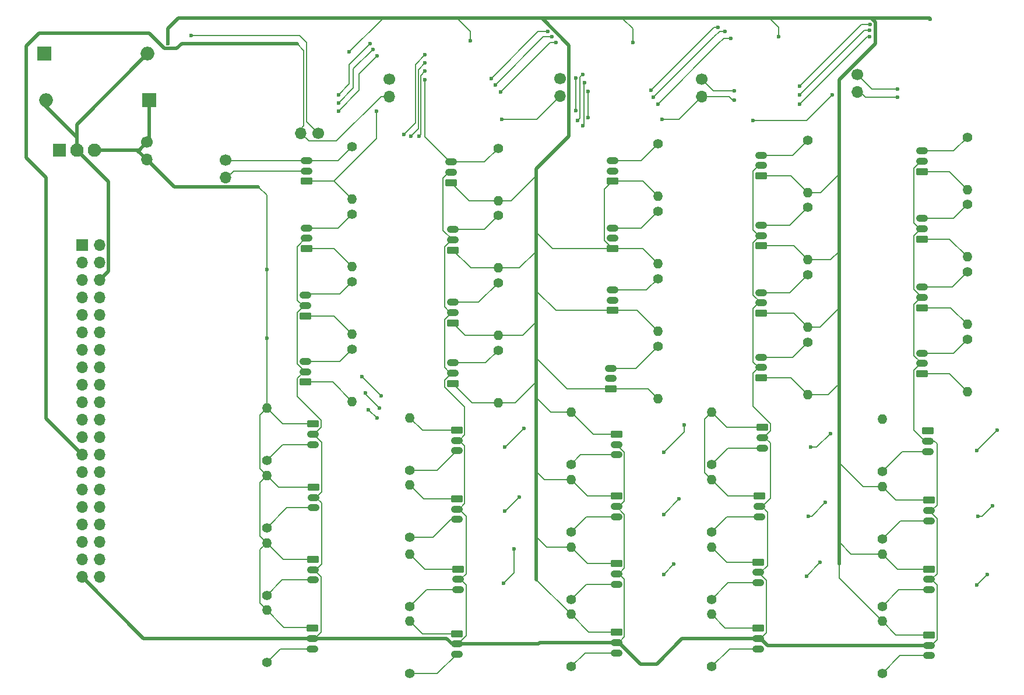
<source format=gbr>
%TF.GenerationSoftware,KiCad,Pcbnew,8.0.6*%
%TF.CreationDate,2024-11-05T12:51:11-06:00*%
%TF.ProjectId,GameBoardMatrix,47616d65-426f-4617-9264-4d6174726978,rev?*%
%TF.SameCoordinates,Original*%
%TF.FileFunction,Copper,L2,Bot*%
%TF.FilePolarity,Positive*%
%FSLAX46Y46*%
G04 Gerber Fmt 4.6, Leading zero omitted, Abs format (unit mm)*
G04 Created by KiCad (PCBNEW 8.0.6) date 2024-11-05 12:51:11*
%MOMM*%
%LPD*%
G01*
G04 APERTURE LIST*
G04 Aperture macros list*
%AMRoundRect*
0 Rectangle with rounded corners*
0 $1 Rounding radius*
0 $2 $3 $4 $5 $6 $7 $8 $9 X,Y pos of 4 corners*
0 Add a 4 corners polygon primitive as box body*
4,1,4,$2,$3,$4,$5,$6,$7,$8,$9,$2,$3,0*
0 Add four circle primitives for the rounded corners*
1,1,$1+$1,$2,$3*
1,1,$1+$1,$4,$5*
1,1,$1+$1,$6,$7*
1,1,$1+$1,$8,$9*
0 Add four rect primitives between the rounded corners*
20,1,$1+$1,$2,$3,$4,$5,0*
20,1,$1+$1,$4,$5,$6,$7,0*
20,1,$1+$1,$6,$7,$8,$9,0*
20,1,$1+$1,$8,$9,$2,$3,0*%
G04 Aperture macros list end*
%TA.AperFunction,ComponentPad*%
%ADD10C,1.400000*%
%TD*%
%TA.AperFunction,ComponentPad*%
%ADD11O,1.400000X1.400000*%
%TD*%
%TA.AperFunction,ComponentPad*%
%ADD12R,2.000000X2.000000*%
%TD*%
%TA.AperFunction,ComponentPad*%
%ADD13O,2.000000X2.000000*%
%TD*%
%TA.AperFunction,ComponentPad*%
%ADD14RoundRect,0.250000X0.615000X-0.265000X0.615000X0.265000X-0.615000X0.265000X-0.615000X-0.265000X0*%
%TD*%
%TA.AperFunction,ComponentPad*%
%ADD15O,1.730000X1.030000*%
%TD*%
%TA.AperFunction,ComponentPad*%
%ADD16RoundRect,0.250000X-0.615000X0.265000X-0.615000X-0.265000X0.615000X-0.265000X0.615000X0.265000X0*%
%TD*%
%TA.AperFunction,ComponentPad*%
%ADD17C,1.700000*%
%TD*%
%TA.AperFunction,ComponentPad*%
%ADD18O,1.700000X1.700000*%
%TD*%
%TA.AperFunction,ComponentPad*%
%ADD19R,1.935000X1.935000*%
%TD*%
%TA.AperFunction,ComponentPad*%
%ADD20C,1.935000*%
%TD*%
%TA.AperFunction,ComponentPad*%
%ADD21R,1.700000X1.700000*%
%TD*%
%TA.AperFunction,ViaPad*%
%ADD22C,0.600000*%
%TD*%
%TA.AperFunction,Conductor*%
%ADD23C,0.200000*%
%TD*%
%TA.AperFunction,Conductor*%
%ADD24C,0.500000*%
%TD*%
G04 APERTURE END LIST*
D10*
%TO.P,R12,1*%
%TO.N,Net-(U11-VOUT)*%
X92200000Y-68400000D03*
D11*
%TO.P,R12,2*%
%TO.N,/3.3V_Board*%
X92200000Y-76020000D03*
%TD*%
D10*
%TO.P,R6,1*%
%TO.N,Net-(U1-D5)*%
X58600000Y-94220000D03*
D11*
%TO.P,R6,2*%
%TO.N,/3.3V_Board*%
X58600000Y-86600000D03*
%TD*%
D12*
%TO.P,C42,1*%
%TO.N,/3.3V_Board*%
X41500000Y-31957500D03*
D13*
%TO.P,C42,2*%
%TO.N,GND3*%
X26500000Y-31957500D03*
%TD*%
D14*
%TO.P,U38,1,VCC*%
%TO.N,/3.3V_Board*%
X153800000Y-42400000D03*
D15*
%TO.P,U38,2,VOUT*%
%TO.N,Net-(U37-D0)*%
X153800000Y-39400000D03*
%TO.P,U38,3,GND*%
%TO.N,GND2*%
X153800000Y-40900000D03*
%TD*%
D14*
%TO.P,U40,1,VCC*%
%TO.N,/3.3V_Board*%
X153800000Y-62200000D03*
D15*
%TO.P,U40,2,VOUT*%
%TO.N,Net-(U37-D2)*%
X153800000Y-59200000D03*
%TO.P,U40,3,GND*%
%TO.N,GND2*%
X153800000Y-60700000D03*
%TD*%
D16*
%TO.P,U14,1,VCC*%
%TO.N,/3.3V_Board*%
X86400000Y-100200000D03*
D15*
%TO.P,U14,2,VOUT*%
%TO.N,Net-(U14-VOUT)*%
X86400000Y-103200000D03*
%TO.P,U14,3,GND*%
%TO.N,GND2*%
X86400000Y-101700000D03*
%TD*%
D16*
%TO.P,U25,1,VCC*%
%TO.N,/3.3V_Board*%
X109400000Y-99400000D03*
D15*
%TO.P,U25,2,VOUT*%
%TO.N,Net-(U17-D6)*%
X109400000Y-102400000D03*
%TO.P,U25,3,GND*%
%TO.N,GND2*%
X109400000Y-100900000D03*
%TD*%
D10*
%TO.P,R29,1*%
%TO.N,Net-(U27-D4)*%
X123200000Y-85010000D03*
D11*
%TO.P,R29,2*%
%TO.N,/3.3V_Board*%
X123200000Y-77390000D03*
%TD*%
D10*
%TO.P,R37,1*%
%TO.N,Net-(U37-D4)*%
X148000000Y-86000000D03*
D11*
%TO.P,R37,2*%
%TO.N,/3.3V_Board*%
X148000000Y-78380000D03*
%TD*%
D14*
%TO.P,U29,1,VCC*%
%TO.N,/3.3V_Board*%
X130400000Y-53200000D03*
D15*
%TO.P,U29,2,VOUT*%
%TO.N,Net-(U27-D1)*%
X130400000Y-50200000D03*
%TO.P,U29,3,GND*%
%TO.N,GND2*%
X130400000Y-51700000D03*
%TD*%
D10*
%TO.P,R16,1*%
%TO.N,Net-(U16-VOUT)*%
X79400000Y-115420000D03*
D11*
%TO.P,R16,2*%
%TO.N,/3.3V_Board*%
X79400000Y-107800000D03*
%TD*%
D14*
%TO.P,U39,1,VCC*%
%TO.N,/3.3V_Board*%
X153800000Y-52200000D03*
D15*
%TO.P,U39,2,VOUT*%
%TO.N,Net-(U37-D1)*%
X153800000Y-49200000D03*
%TO.P,U39,3,GND*%
%TO.N,GND2*%
X153800000Y-50700000D03*
%TD*%
D10*
%TO.P,R35,1*%
%TO.N,Net-(U37-D2)*%
X160400000Y-57000000D03*
D11*
%TO.P,R35,2*%
%TO.N,/3.3V_Board*%
X160400000Y-64620000D03*
%TD*%
D14*
%TO.P,U8,1,VCC*%
%TO.N,/3.3V_Board*%
X85400000Y-44000000D03*
D15*
%TO.P,U8,2,VOUT*%
%TO.N,Net-(U7-D0)*%
X85400000Y-41000000D03*
%TO.P,U8,3,GND*%
%TO.N,GND2*%
X85400000Y-42500000D03*
%TD*%
D12*
%TO.P,C41,1*%
%TO.N,5V Board*%
X26300000Y-25242500D03*
D13*
%TO.P,C41,2*%
%TO.N,GND3*%
X41300000Y-25242500D03*
%TD*%
D16*
%TO.P,U42,1,VCC*%
%TO.N,/3.3V_Board*%
X154600000Y-80100000D03*
D15*
%TO.P,U42,2,VOUT*%
%TO.N,Net-(U37-D4)*%
X154600000Y-83100000D03*
%TO.P,U42,3,GND*%
%TO.N,GND2*%
X154600000Y-81600000D03*
%TD*%
D10*
%TO.P,R24,1*%
%TO.N,Net-(U17-D7)*%
X102800000Y-114420000D03*
D11*
%TO.P,R24,2*%
%TO.N,/3.3V_Board*%
X102800000Y-106800000D03*
%TD*%
D14*
%TO.P,U30,1,VCC*%
%TO.N,/3.3V_Board*%
X130400000Y-63000000D03*
D15*
%TO.P,U30,2,VOUT*%
%TO.N,Net-(U27-D2)*%
X130400000Y-60000000D03*
%TO.P,U30,3,GND*%
%TO.N,GND2*%
X130400000Y-61500000D03*
%TD*%
D16*
%TO.P,U12,1,VCC*%
%TO.N,/3.3V_Board*%
X86200000Y-80000000D03*
D15*
%TO.P,U12,2,VOUT*%
%TO.N,Net-(U12-VOUT)*%
X86200000Y-83000000D03*
%TO.P,U12,3,GND*%
%TO.N,GND2*%
X86200000Y-81500000D03*
%TD*%
D14*
%TO.P,U20,1,VCC*%
%TO.N,/3.3V_Board*%
X108800000Y-62600000D03*
D15*
%TO.P,U20,2,VOUT*%
%TO.N,Net-(U17-D2)*%
X108800000Y-59600000D03*
%TO.P,U20,3,GND*%
%TO.N,GND2*%
X108800000Y-61100000D03*
%TD*%
D10*
%TO.P,R9,1*%
%TO.N,Net-(U7-D0)*%
X92200000Y-38990000D03*
D11*
%TO.P,R9,2*%
%TO.N,/3.3V_Board*%
X92200000Y-46610000D03*
%TD*%
D16*
%TO.P,U13,1,VCC*%
%TO.N,/3.3V_Board*%
X86200000Y-90000000D03*
D15*
%TO.P,U13,2,VOUT*%
%TO.N,Net-(U13-VOUT)*%
X86200000Y-93000000D03*
%TO.P,U13,3,GND*%
%TO.N,GND2*%
X86200000Y-91500000D03*
%TD*%
D10*
%TO.P,R5,1*%
%TO.N,Net-(U1-D3)*%
X71000000Y-68200000D03*
D11*
%TO.P,R5,2*%
%TO.N,/3.3V_Board*%
X71000000Y-75820000D03*
%TD*%
D10*
%TO.P,R3,1*%
%TO.N,Net-(U1-D1)*%
X71000000Y-48580000D03*
D11*
%TO.P,R3,2*%
%TO.N,/3.3V_Board*%
X71000000Y-56200000D03*
%TD*%
D10*
%TO.P,R14,1*%
%TO.N,Net-(U13-VOUT)*%
X79400000Y-95620000D03*
D11*
%TO.P,R14,2*%
%TO.N,/3.3V_Board*%
X79400000Y-88000000D03*
%TD*%
D10*
%TO.P,R22,1*%
%TO.N,Net-(U17-D5)*%
X102800000Y-94820000D03*
D11*
%TO.P,R22,2*%
%TO.N,/3.3V_Board*%
X102800000Y-87200000D03*
%TD*%
D16*
%TO.P,U43,1,VCC*%
%TO.N,/3.3V_Board*%
X154800000Y-90200000D03*
D15*
%TO.P,U43,2,VOUT*%
%TO.N,Net-(U37-D5)*%
X154800000Y-93200000D03*
%TO.P,U43,3,GND*%
%TO.N,GND2*%
X154800000Y-91700000D03*
%TD*%
D14*
%TO.P,U21,1,VCC*%
%TO.N,/3.3V_Board*%
X108600000Y-74000000D03*
D15*
%TO.P,U21,2,VOUT*%
%TO.N,Net-(U17-D3)*%
X108600000Y-71000000D03*
%TO.P,U21,3,GND*%
%TO.N,GND2*%
X108600000Y-72500000D03*
%TD*%
D10*
%TO.P,R1,1*%
%TO.N,Net-(TP6-A)*%
X70950000Y-38800000D03*
D11*
%TO.P,R1,2*%
%TO.N,/3.3V_Board*%
X70950000Y-46420000D03*
%TD*%
D16*
%TO.P,U35,1,VCC*%
%TO.N,/3.3V_Board*%
X130000000Y-99200000D03*
D15*
%TO.P,U35,2,VOUT*%
%TO.N,Net-(U27-D6)*%
X130000000Y-102200000D03*
%TO.P,U35,3,GND*%
%TO.N,GND2*%
X130000000Y-100700000D03*
%TD*%
D16*
%TO.P,U5,1,VCC*%
%TO.N,/3.3V_Board*%
X65200000Y-108800000D03*
D15*
%TO.P,U5,2,VOUT*%
%TO.N,Net-(U1-D7)*%
X65200000Y-111800000D03*
%TO.P,U5,3,GND*%
%TO.N,GND2*%
X65200000Y-110300000D03*
%TD*%
D10*
%TO.P,R13,1*%
%TO.N,Net-(U12-VOUT)*%
X79400000Y-85820000D03*
D11*
%TO.P,R13,2*%
%TO.N,/3.3V_Board*%
X79400000Y-78200000D03*
%TD*%
D10*
%TO.P,R20,1*%
%TO.N,Net-(U17-D3)*%
X115400000Y-67800000D03*
D11*
%TO.P,R20,2*%
%TO.N,/3.3V_Board*%
X115400000Y-75420000D03*
%TD*%
D14*
%TO.P,U11,1,VCC*%
%TO.N,/3.3V_Board*%
X85600000Y-73200000D03*
D15*
%TO.P,U11,2,VOUT*%
%TO.N,Net-(U11-VOUT)*%
X85600000Y-70200000D03*
%TO.P,U11,3,GND*%
%TO.N,GND2*%
X85600000Y-71700000D03*
%TD*%
D14*
%TO.P,U15,1,VCC*%
%TO.N,/3.3V_Board*%
X64400000Y-53600000D03*
D15*
%TO.P,U15,2,VOUT*%
%TO.N,Net-(U1-D1)*%
X64400000Y-50600000D03*
%TO.P,U15,3,GND*%
%TO.N,GND2*%
X64400000Y-52100000D03*
%TD*%
D14*
%TO.P,U33,1,VCC*%
%TO.N,/3.3V_Board*%
X64200000Y-73000000D03*
D15*
%TO.P,U33,2,VOUT*%
%TO.N,Net-(U1-D3)*%
X64200000Y-70000000D03*
%TO.P,U33,3,GND*%
%TO.N,GND2*%
X64200000Y-71500000D03*
%TD*%
D14*
%TO.P,U19,1,VCC*%
%TO.N,/3.3V_Board*%
X108800000Y-53600000D03*
D15*
%TO.P,U19,2,VOUT*%
%TO.N,Net-(U17-D1)*%
X108800000Y-50600000D03*
%TO.P,U19,3,GND*%
%TO.N,GND2*%
X108800000Y-52100000D03*
%TD*%
D14*
%TO.P,U41,1,VCC*%
%TO.N,/3.3V_Board*%
X153800000Y-71800000D03*
D15*
%TO.P,U41,2,VOUT*%
%TO.N,Net-(U37-D3)*%
X153800000Y-68800000D03*
%TO.P,U41,3,GND*%
%TO.N,GND2*%
X153800000Y-70300000D03*
%TD*%
D17*
%TO.P,TP7,1,A*%
%TO.N,/3.3V_Board*%
X41200000Y-38125000D03*
D18*
%TO.P,TP7,2,B*%
X41200000Y-40665000D03*
%TD*%
D10*
%TO.P,R19,1*%
%TO.N,Net-(U17-D2)*%
X115400000Y-57980000D03*
D11*
%TO.P,R19,2*%
%TO.N,/3.3V_Board*%
X115400000Y-65600000D03*
%TD*%
D19*
%TO.P,IC1,1,INPUT*%
%TO.N,5V Board*%
X28460000Y-39250000D03*
D20*
%TO.P,IC1,2,GND*%
%TO.N,GND3*%
X31000000Y-39250000D03*
%TO.P,IC1,3,OUTPUT*%
%TO.N,/3.3V_Board*%
X33540000Y-39250000D03*
%TD*%
D10*
%TO.P,R27,1*%
%TO.N,Net-(U27-D2)*%
X137200000Y-57400000D03*
D11*
%TO.P,R27,2*%
%TO.N,/3.3V_Board*%
X137200000Y-65020000D03*
%TD*%
D17*
%TO.P,TP2,1,A*%
%TO.N,GPIO3{slash}PIN5*%
X76400000Y-28925000D03*
D18*
%TO.P,TP2,2,B*%
%TO.N,GND*%
X76400000Y-31465000D03*
%TD*%
D17*
%TO.P,TP4,1,A*%
%TO.N,GPIO17{slash}PIN11*%
X121750000Y-28975000D03*
D18*
%TO.P,TP4,2,B*%
%TO.N,GND*%
X121750000Y-31515000D03*
%TD*%
D14*
%TO.P,U10,1,VCC*%
%TO.N,/3.3V_Board*%
X85600000Y-64400000D03*
D15*
%TO.P,U10,2,VOUT*%
%TO.N,Net-(U10-VOUT)*%
X85600000Y-61400000D03*
%TO.P,U10,3,GND*%
%TO.N,GND2*%
X85600000Y-62900000D03*
%TD*%
D10*
%TO.P,R8,1*%
%TO.N,Net-(U1-D7)*%
X58600000Y-113800000D03*
D11*
%TO.P,R8,2*%
%TO.N,/3.3V_Board*%
X58600000Y-106180000D03*
%TD*%
D10*
%TO.P,R7,1*%
%TO.N,Net-(U1-D6)*%
X58600000Y-104010000D03*
D11*
%TO.P,R7,2*%
%TO.N,/3.3V_Board*%
X58600000Y-96390000D03*
%TD*%
D10*
%TO.P,R40,1*%
%TO.N,Net-(U37-D7)*%
X148000000Y-115400000D03*
D11*
%TO.P,R40,2*%
%TO.N,/3.3V_Board*%
X148000000Y-107780000D03*
%TD*%
D10*
%TO.P,R38,1*%
%TO.N,Net-(U37-D5)*%
X148000000Y-95820000D03*
D11*
%TO.P,R38,2*%
%TO.N,/3.3V_Board*%
X148000000Y-88200000D03*
%TD*%
D10*
%TO.P,R4,1*%
%TO.N,Net-(U1-D2)*%
X71000000Y-58400000D03*
D11*
%TO.P,R4,2*%
%TO.N,/3.3V_Board*%
X71000000Y-66020000D03*
%TD*%
D17*
%TO.P,TP3,1,A*%
%TO.N,GPIO4{slash}PIN7*%
X101200000Y-28860000D03*
D18*
%TO.P,TP3,2,B*%
%TO.N,GND*%
X101200000Y-31400000D03*
%TD*%
D16*
%TO.P,U34,1,VCC*%
%TO.N,/3.3V_Board*%
X130200000Y-89600000D03*
D15*
%TO.P,U34,2,VOUT*%
%TO.N,Net-(U27-D5)*%
X130200000Y-92600000D03*
%TO.P,U34,3,GND*%
%TO.N,GND2*%
X130200000Y-91100000D03*
%TD*%
D10*
%TO.P,R18,1*%
%TO.N,Net-(U17-D1)*%
X115400000Y-48180000D03*
D11*
%TO.P,R18,2*%
%TO.N,/3.3V_Board*%
X115400000Y-55800000D03*
%TD*%
D10*
%TO.P,R39,1*%
%TO.N,Net-(U37-D6)*%
X148000000Y-105620000D03*
D11*
%TO.P,R39,2*%
%TO.N,/3.3V_Board*%
X148000000Y-98000000D03*
%TD*%
D14*
%TO.P,U18,1,VCC*%
%TO.N,/3.3V_Board*%
X108800000Y-43800000D03*
D15*
%TO.P,U18,2,VOUT*%
%TO.N,Net-(U17-D0)*%
X108800000Y-40800000D03*
%TO.P,U18,3,GND*%
%TO.N,GND2*%
X108800000Y-42300000D03*
%TD*%
D10*
%TO.P,R33,1*%
%TO.N,Net-(U37-D0)*%
X160400000Y-37380000D03*
D11*
%TO.P,R33,2*%
%TO.N,/3.3V_Board*%
X160400000Y-45000000D03*
%TD*%
D14*
%TO.P,U24,1,VCC*%
%TO.N,/3.3V_Board*%
X64200000Y-63400000D03*
D15*
%TO.P,U24,2,VOUT*%
%TO.N,Net-(U1-D2)*%
X64200000Y-60400000D03*
%TO.P,U24,3,GND*%
%TO.N,GND2*%
X64200000Y-61900000D03*
%TD*%
D16*
%TO.P,U3,1,VCC*%
%TO.N,/3.3V_Board*%
X65400000Y-88300000D03*
D15*
%TO.P,U3,2,VOUT*%
%TO.N,Net-(U1-D5)*%
X65400000Y-91300000D03*
%TO.P,U3,3,GND*%
%TO.N,GND2*%
X65400000Y-89800000D03*
%TD*%
D16*
%TO.P,U22,1,VCC*%
%TO.N,/3.3V_Board*%
X109400000Y-80600000D03*
D15*
%TO.P,U22,2,VOUT*%
%TO.N,Net-(U17-D4)*%
X109400000Y-83600000D03*
%TO.P,U22,3,GND*%
%TO.N,GND2*%
X109400000Y-82100000D03*
%TD*%
D14*
%TO.P,U9,1,VCC*%
%TO.N,/3.3V_Board*%
X85600000Y-53800000D03*
D15*
%TO.P,U9,2,VOUT*%
%TO.N,Net-(U7-D1)*%
X85600000Y-50800000D03*
%TO.P,U9,3,GND*%
%TO.N,GND2*%
X85600000Y-52300000D03*
%TD*%
D10*
%TO.P,R31,1*%
%TO.N,Net-(U27-D6)*%
X123200000Y-104600000D03*
D11*
%TO.P,R31,2*%
%TO.N,/3.3V_Board*%
X123200000Y-96980000D03*
%TD*%
D17*
%TO.P,TP6,1,A*%
%TO.N,Net-(TP6-A)*%
X52600000Y-40710000D03*
D18*
%TO.P,TP6,2,B*%
%TO.N,GND2*%
X52600000Y-43250000D03*
%TD*%
D14*
%TO.P,U28,1,VCC*%
%TO.N,/3.3V_Board*%
X130400000Y-43000000D03*
D15*
%TO.P,U28,2,VOUT*%
%TO.N,Net-(U27-D0)*%
X130400000Y-40000000D03*
%TO.P,U28,3,GND*%
%TO.N,GND2*%
X130400000Y-41500000D03*
%TD*%
D10*
%TO.P,R23,1*%
%TO.N,Net-(U17-D6)*%
X102800000Y-104620000D03*
D11*
%TO.P,R23,2*%
%TO.N,/3.3V_Board*%
X102800000Y-97000000D03*
%TD*%
D16*
%TO.P,U45,1,VCC*%
%TO.N,/3.3V_Board*%
X154800000Y-109800000D03*
D15*
%TO.P,U45,2,VOUT*%
%TO.N,Net-(U37-D7)*%
X154800000Y-112800000D03*
%TO.P,U45,3,GND*%
%TO.N,GND2*%
X154800000Y-111300000D03*
%TD*%
D16*
%TO.P,U23,1,VCC*%
%TO.N,/3.3V_Board*%
X109400000Y-89600000D03*
D15*
%TO.P,U23,2,VOUT*%
%TO.N,Net-(U17-D5)*%
X109400000Y-92600000D03*
%TO.P,U23,3,GND*%
%TO.N,GND2*%
X109400000Y-91100000D03*
%TD*%
D14*
%TO.P,U6,1,VCC*%
%TO.N,/3.3V_Board*%
X64400000Y-43800000D03*
D15*
%TO.P,U6,2,VOUT*%
%TO.N,Net-(TP6-A)*%
X64400000Y-40800000D03*
%TO.P,U6,3,GND*%
%TO.N,GND2*%
X64400000Y-42300000D03*
%TD*%
D16*
%TO.P,U26,1,VCC*%
%TO.N,/3.3V_Board*%
X109400000Y-109400000D03*
D15*
%TO.P,U26,2,VOUT*%
%TO.N,Net-(U17-D7)*%
X109400000Y-112400000D03*
%TO.P,U26,3,GND*%
%TO.N,GND2*%
X109400000Y-110900000D03*
%TD*%
D10*
%TO.P,R25,1*%
%TO.N,Net-(U27-D0)*%
X137200000Y-37800000D03*
D11*
%TO.P,R25,2*%
%TO.N,/3.3V_Board*%
X137200000Y-45420000D03*
%TD*%
D10*
%TO.P,R21,1*%
%TO.N,Net-(U17-D4)*%
X102800000Y-85020000D03*
D11*
%TO.P,R21,2*%
%TO.N,/3.3V_Board*%
X102800000Y-77400000D03*
%TD*%
D16*
%TO.P,U16,1,VCC*%
%TO.N,/3.3V_Board*%
X86200000Y-109600000D03*
D15*
%TO.P,U16,2,VOUT*%
%TO.N,Net-(U16-VOUT)*%
X86200000Y-112600000D03*
%TO.P,U16,3,GND*%
%TO.N,GND2*%
X86200000Y-111100000D03*
%TD*%
D10*
%TO.P,R15,1*%
%TO.N,Net-(U14-VOUT)*%
X79400000Y-105620000D03*
D11*
%TO.P,R15,2*%
%TO.N,/3.3V_Board*%
X79400000Y-98000000D03*
%TD*%
D10*
%TO.P,R10,1*%
%TO.N,Net-(U7-D1)*%
X92200000Y-48800000D03*
D11*
%TO.P,R10,2*%
%TO.N,/3.3V_Board*%
X92200000Y-56420000D03*
%TD*%
D16*
%TO.P,U4,1,VCC*%
%TO.N,/3.3V_Board*%
X65350000Y-98800000D03*
D15*
%TO.P,U4,2,VOUT*%
%TO.N,Net-(U1-D6)*%
X65350000Y-101800000D03*
%TO.P,U4,3,GND*%
%TO.N,GND2*%
X65350000Y-100300000D03*
%TD*%
D17*
%TO.P,TP1,1,A*%
%TO.N,GPIO2{slash}PIN3*%
X66075000Y-36800000D03*
D18*
%TO.P,TP1,2,B*%
%TO.N,GND*%
X63535000Y-36800000D03*
%TD*%
D16*
%TO.P,U36,1,VCC*%
%TO.N,/3.3V_Board*%
X130000000Y-108800000D03*
D15*
%TO.P,U36,2,VOUT*%
%TO.N,Net-(U27-D7)*%
X130000000Y-111800000D03*
%TO.P,U36,3,GND*%
%TO.N,GND2*%
X130000000Y-110300000D03*
%TD*%
D10*
%TO.P,R28,1*%
%TO.N,Net-(U27-D3)*%
X137200000Y-67200000D03*
D11*
%TO.P,R28,2*%
%TO.N,/3.3V_Board*%
X137200000Y-74820000D03*
%TD*%
D16*
%TO.P,U2,1,VCC*%
%TO.N,/3.3V_Board*%
X65350000Y-79100000D03*
D15*
%TO.P,U2,2,VOUT*%
%TO.N,Net-(U1-D4)*%
X65350000Y-82100000D03*
%TO.P,U2,3,GND*%
%TO.N,GND2*%
X65350000Y-80600000D03*
%TD*%
D10*
%TO.P,R17,1*%
%TO.N,Net-(U17-D0)*%
X115400000Y-38380000D03*
D11*
%TO.P,R17,2*%
%TO.N,/3.3V_Board*%
X115400000Y-46000000D03*
%TD*%
D10*
%TO.P,R26,1*%
%TO.N,Net-(U27-D1)*%
X137200000Y-47600000D03*
D11*
%TO.P,R26,2*%
%TO.N,/3.3V_Board*%
X137200000Y-55220000D03*
%TD*%
D10*
%TO.P,R2,1*%
%TO.N,Net-(U1-D4)*%
X58600000Y-84400000D03*
D11*
%TO.P,R2,2*%
%TO.N,/3.3V_Board*%
X58600000Y-76780000D03*
%TD*%
D17*
%TO.P,TP5,1,A*%
%TO.N,GPIO27{slash}PIN15*%
X144400000Y-28260000D03*
D18*
%TO.P,TP5,2,B*%
%TO.N,GND*%
X144400000Y-30800000D03*
%TD*%
D14*
%TO.P,U31,1,VCC*%
%TO.N,/3.3V_Board*%
X130400000Y-72400000D03*
D15*
%TO.P,U31,2,VOUT*%
%TO.N,Net-(U27-D3)*%
X130400000Y-69400000D03*
%TO.P,U31,3,GND*%
%TO.N,GND2*%
X130400000Y-70900000D03*
%TD*%
D10*
%TO.P,R36,1*%
%TO.N,Net-(U37-D3)*%
X160400000Y-66800000D03*
D11*
%TO.P,R36,2*%
%TO.N,/3.3V_Board*%
X160400000Y-74420000D03*
%TD*%
D10*
%TO.P,R34,1*%
%TO.N,Net-(U37-D1)*%
X160400000Y-47190000D03*
D11*
%TO.P,R34,2*%
%TO.N,/3.3V_Board*%
X160400000Y-54810000D03*
%TD*%
D10*
%TO.P,R32,1*%
%TO.N,Net-(U27-D7)*%
X123200000Y-114420000D03*
D11*
%TO.P,R32,2*%
%TO.N,/3.3V_Board*%
X123200000Y-106800000D03*
%TD*%
D10*
%TO.P,R30,1*%
%TO.N,Net-(U27-D5)*%
X123200000Y-94800000D03*
D11*
%TO.P,R30,2*%
%TO.N,/3.3V_Board*%
X123200000Y-87180000D03*
%TD*%
D10*
%TO.P,R11,1*%
%TO.N,Net-(U10-VOUT)*%
X92200000Y-58600000D03*
D11*
%TO.P,R11,2*%
%TO.N,/3.3V_Board*%
X92200000Y-66220000D03*
%TD*%
D16*
%TO.P,U44,1,VCC*%
%TO.N,/3.3V_Board*%
X154800000Y-100200000D03*
D15*
%TO.P,U44,2,VOUT*%
%TO.N,Net-(U37-D6)*%
X154800000Y-103200000D03*
%TO.P,U44,3,GND*%
%TO.N,GND2*%
X154800000Y-101700000D03*
%TD*%
D16*
%TO.P,U32,1,VCC*%
%TO.N,/3.3V_Board*%
X130600000Y-79600000D03*
D15*
%TO.P,U32,2,VOUT*%
%TO.N,Net-(U27-D4)*%
X130600000Y-82600000D03*
%TO.P,U32,3,GND*%
%TO.N,GND2*%
X130600000Y-81100000D03*
%TD*%
D21*
%TO.P,J1,1,3.3V*%
%TO.N,unconnected-(J1-3.3V-Pad1)*%
X31800000Y-53120000D03*
D18*
%TO.P,J1,2,5V*%
%TO.N,5V Board*%
X34340000Y-53120000D03*
%TO.P,J1,3,GPIO2*%
%TO.N,GPIO2{slash}PIN3*%
X31800000Y-55660000D03*
%TO.P,J1,4,5V*%
%TO.N,unconnected-(J1-5V-Pad4)*%
X34340000Y-55660000D03*
%TO.P,J1,5,GPIO3*%
%TO.N,GPIO3{slash}PIN5*%
X31800000Y-58200000D03*
%TO.P,J1,6,GND*%
%TO.N,GND3*%
X34340000Y-58200000D03*
%TO.P,J1,7,GPIO4*%
%TO.N,GPIO4{slash}PIN7*%
X31800000Y-60740000D03*
%TO.P,J1,8,GPIO14*%
%TO.N,GPIO14{slash}PIN8*%
X34340000Y-60740000D03*
%TO.P,J1,9,GND*%
%TO.N,unconnected-(J1-GND-Pad9)*%
X31800000Y-63280000D03*
%TO.P,J1,10,GPIO15*%
%TO.N,GPIO15{slash}PIN10*%
X34340000Y-63280000D03*
%TO.P,J1,11,GPIO17*%
%TO.N,GPIO17{slash}PIN11*%
X31800000Y-65820000D03*
%TO.P,J1,12,GPIO18*%
%TO.N,GPIO18{slash}PIN12*%
X34340000Y-65820000D03*
%TO.P,J1,13,GPIO27*%
%TO.N,GPIO27{slash}PIN15*%
X31800000Y-68360000D03*
%TO.P,J1,14,GND*%
%TO.N,unconnected-(J1-GND-Pad14)*%
X34340000Y-68360000D03*
%TO.P,J1,15,GPIO22*%
%TO.N,unconnected-(J1-GPIO22-Pad15)*%
X31800000Y-70900000D03*
%TO.P,J1,16,GPIO23*%
%TO.N,unconnected-(J1-GPIO23-Pad16)*%
X34340000Y-70900000D03*
%TO.P,J1,17,3.3V*%
%TO.N,unconnected-(J1-3.3V-Pad17)*%
X31800000Y-73440000D03*
%TO.P,J1,18,GPIO24*%
%TO.N,unconnected-(J1-GPIO24-Pad18)*%
X34340000Y-73440000D03*
%TO.P,J1,19,GPIO10*%
%TO.N,unconnected-(J1-GPIO10-Pad19)*%
X31800000Y-75980000D03*
%TO.P,J1,20,GND*%
%TO.N,unconnected-(J1-GND-Pad20)*%
X34340000Y-75980000D03*
%TO.P,J1,21,GPIO9*%
%TO.N,unconnected-(J1-GPIO9-Pad21)*%
X31800000Y-78520000D03*
%TO.P,J1,22,GPIO25*%
%TO.N,unconnected-(J1-GPIO25-Pad22)*%
X34340000Y-78520000D03*
%TO.P,J1,23,GPIO11*%
%TO.N,unconnected-(J1-GPIO11-Pad23)*%
X31800000Y-81060000D03*
%TO.P,J1,24,GPIO8*%
%TO.N,unconnected-(J1-GPIO8-Pad24)*%
X34340000Y-81060000D03*
%TO.P,J1,25,GND*%
%TO.N,GND*%
X31800000Y-83600000D03*
%TO.P,J1,26,GPIO7*%
%TO.N,unconnected-(J1-GPIO7-Pad26)*%
X34340000Y-83600000D03*
%TO.P,J1,27,GPIO0*%
%TO.N,unconnected-(J1-GPIO0-Pad27)*%
X31800000Y-86140000D03*
%TO.P,J1,28,GPIO1*%
%TO.N,unconnected-(J1-GPIO1-Pad28)*%
X34340000Y-86140000D03*
%TO.P,J1,29,GPIO5*%
%TO.N,unconnected-(J1-GPIO5-Pad29)*%
X31800000Y-88680000D03*
%TO.P,J1,30,GND*%
%TO.N,unconnected-(J1-GND-Pad30)*%
X34340000Y-88680000D03*
%TO.P,J1,31,GPIO6*%
%TO.N,unconnected-(J1-GPIO6-Pad31)*%
X31800000Y-91220000D03*
%TO.P,J1,32,GPIO12*%
%TO.N,unconnected-(J1-GPIO12-Pad32)*%
X34340000Y-91220000D03*
%TO.P,J1,33,GPIO13*%
%TO.N,unconnected-(J1-GPIO13-Pad33)*%
X31800000Y-93760000D03*
%TO.P,J1,34,GND*%
%TO.N,unconnected-(J1-GND-Pad34)*%
X34340000Y-93760000D03*
%TO.P,J1,35,GPIO19*%
%TO.N,unconnected-(J1-GPIO19-Pad35)*%
X31800000Y-96300000D03*
%TO.P,J1,36,GPIO16*%
%TO.N,unconnected-(J1-GPIO16-Pad36)*%
X34340000Y-96300000D03*
%TO.P,J1,37,GPIO26*%
%TO.N,unconnected-(J1-GPIO26-Pad37)*%
X31800000Y-98840000D03*
%TO.P,J1,38,GPIO20*%
%TO.N,unconnected-(J1-GPIO20-Pad38)*%
X34340000Y-98840000D03*
%TO.P,J1,39,GND*%
%TO.N,GND2*%
X31800000Y-101380000D03*
%TO.P,J1,40,GPIO21*%
%TO.N,unconnected-(J1-GPIO21-Pad40)*%
X34340000Y-101380000D03*
%TD*%
D22*
%TO.N,/3.3V_Board*%
X58600000Y-66600000D03*
X58600000Y-56600000D03*
X44250000Y-23750000D03*
X155000000Y-20200000D03*
X111800000Y-23600000D03*
X70600000Y-24955000D03*
X74554657Y-33647927D03*
X133000000Y-22800000D03*
X88200000Y-23400000D03*
%TO.N,Net-(U1-D6)*%
X75000000Y-76800000D03*
X72954657Y-74600000D03*
%TO.N,GPIO2{slash}PIN3*%
X47600000Y-22600000D03*
%TO.N,GPIO17{slash}PIN11*%
X126500000Y-30680000D03*
%TO.N,GPIO27{slash}PIN15*%
X150200000Y-30400000D03*
%TO.N,Net-(U1-D5)*%
X74600000Y-78200000D03*
X73354657Y-77000000D03*
%TO.N,Net-(U1-D7)*%
X75200000Y-75000000D03*
X72400000Y-72200000D03*
%TO.N,GND*%
X92750000Y-34750000D03*
X140750000Y-31250000D03*
X150200000Y-31600000D03*
X126500000Y-32000000D03*
X129250000Y-35000000D03*
X116000000Y-34750000D03*
%TO.N,GPIO15{slash}PIN10*%
X91800000Y-29800000D03*
X146200000Y-21800000D03*
X74000000Y-24600000D03*
X100000000Y-22800000D03*
X136000000Y-31200000D03*
X125200000Y-22000000D03*
X114800000Y-31600000D03*
X69000000Y-32400000D03*
%TO.N,GPIO14{slash}PIN8*%
X124200000Y-21400000D03*
X114400000Y-30600000D03*
X99400000Y-22000000D03*
X91200000Y-28836000D03*
X69000000Y-31200000D03*
X146250000Y-21000000D03*
X73600000Y-23800000D03*
X136000000Y-30000000D03*
%TO.N,GPIO18{slash}PIN12*%
X115400000Y-32600000D03*
X126000000Y-23000000D03*
X136000000Y-32600000D03*
X146200000Y-22800000D03*
X69000000Y-33600000D03*
X92600000Y-30800000D03*
X74600000Y-25600000D03*
X100600000Y-23600000D03*
%TO.N,Net-(U11-VOUT)*%
X78500000Y-37000000D03*
X81600000Y-25400000D03*
%TO.N,Net-(U10-VOUT)*%
X79500000Y-37250000D03*
X81600000Y-26600000D03*
%TO.N,Net-(U12-VOUT)*%
X96000000Y-79750000D03*
X93150000Y-82500000D03*
%TO.N,Net-(U13-VOUT)*%
X95250000Y-89750000D03*
X93150000Y-91750000D03*
%TO.N,Net-(U14-VOUT)*%
X94500000Y-97250000D03*
X93000000Y-102250000D03*
%TO.N,Net-(U7-D0)*%
X81600000Y-29000000D03*
%TO.N,Net-(U7-D1)*%
X80750000Y-37250000D03*
X81600000Y-27800000D03*
%TO.N,Net-(U17-D5)*%
X116250000Y-92250000D03*
X118500000Y-90000000D03*
%TO.N,Net-(U17-D0)*%
X105250000Y-34500000D03*
X105250000Y-30750000D03*
%TO.N,Net-(U17-D1)*%
X104500000Y-35750000D03*
X104738780Y-29493107D03*
%TO.N,Net-(U17-D3)*%
X103500000Y-33500000D03*
X103500000Y-28750000D03*
%TO.N,Net-(U17-D6)*%
X117750000Y-99500000D03*
X116250000Y-101000000D03*
%TO.N,Net-(U17-D4)*%
X116250000Y-83250000D03*
X119250000Y-79250000D03*
%TO.N,Net-(U17-D2)*%
X103750000Y-35000000D03*
X104500000Y-28250000D03*
%TO.N,Net-(U27-D4)*%
X140500000Y-80500000D03*
X137650000Y-82500000D03*
%TO.N,Net-(U27-D5)*%
X139750000Y-90500000D03*
X137250000Y-92500000D03*
%TO.N,Net-(U27-D6)*%
X137000000Y-101250000D03*
X139000000Y-99250000D03*
%TO.N,Net-(U37-D5)*%
X164000000Y-91000000D03*
X161900000Y-92500000D03*
%TO.N,Net-(U37-D6)*%
X163250000Y-101000000D03*
X161750000Y-102500000D03*
%TO.N,Net-(U37-D4)*%
X164750000Y-80000000D03*
X161750000Y-83000000D03*
%TD*%
D23*
%TO.N,/3.3V_Board*%
X157800000Y-42400000D02*
X160400000Y-45000000D01*
X153800000Y-71800000D02*
X157780000Y-71800000D01*
D24*
X98560661Y-20100000D02*
X102500000Y-24039339D01*
D23*
X130600000Y-79600000D02*
X125410000Y-79600000D01*
X100600000Y-62600000D02*
X97750000Y-59750000D01*
D24*
X97750000Y-43000000D02*
X97750000Y-51250000D01*
X102500000Y-24039339D02*
X102500000Y-37250000D01*
X97750000Y-59750000D02*
X97750000Y-64250000D01*
D23*
X108800000Y-62600000D02*
X100600000Y-62600000D01*
D24*
X33540000Y-39250000D02*
X39400000Y-39250000D01*
D23*
X108800000Y-62600000D02*
X112400000Y-62600000D01*
X148000000Y-98000000D02*
X143500000Y-98000000D01*
X92200000Y-46610000D02*
X88010000Y-46610000D01*
X68400000Y-53600000D02*
X71000000Y-56200000D01*
X99250000Y-97000000D02*
X97750000Y-95500000D01*
X108800000Y-53600000D02*
X108797416Y-53600000D01*
X154800000Y-90200000D02*
X150000000Y-90200000D01*
X102800000Y-87200000D02*
X98950000Y-87200000D01*
D24*
X41200000Y-40665000D02*
X45150000Y-44615000D01*
D23*
X109400000Y-80600000D02*
X106000000Y-80600000D01*
D24*
X97750000Y-73000000D02*
X97750000Y-73500000D01*
D23*
X92200000Y-76020000D02*
X88420000Y-76020000D01*
D24*
X41500000Y-31957500D02*
X41500000Y-37825000D01*
X95000000Y-20100000D02*
X98560661Y-20100000D01*
D23*
X57600000Y-95390000D02*
X57600000Y-87600000D01*
X150200000Y-100200000D02*
X148000000Y-98000000D01*
X122200000Y-86180000D02*
X122200000Y-78390000D01*
X81200000Y-80000000D02*
X79400000Y-78200000D01*
X108800000Y-53600000D02*
X100100000Y-53600000D01*
X137200000Y-74820000D02*
X140180000Y-74820000D01*
X105200000Y-89600000D02*
X102800000Y-87200000D01*
X148000000Y-88200000D02*
X145200000Y-88200000D01*
X99900000Y-77400000D02*
X97750000Y-75250000D01*
D24*
X141750000Y-73500000D02*
X141750000Y-84750000D01*
D23*
X61010000Y-98800000D02*
X58600000Y-96390000D01*
D24*
X99250000Y-40500000D02*
X97750000Y-42000000D01*
D23*
X95330000Y-56420000D02*
X97750000Y-54000000D01*
X88200000Y-22000000D02*
X88200000Y-23400000D01*
D24*
X44250000Y-21600000D02*
X45750000Y-20100000D01*
X97750000Y-86000000D02*
X97750000Y-95500000D01*
D23*
X58600000Y-96390000D02*
X57600000Y-95390000D01*
X138980000Y-65020000D02*
X141750000Y-62250000D01*
X122200000Y-78390000D02*
X123200000Y-77390000D01*
X106000000Y-80600000D02*
X102800000Y-77400000D01*
D24*
X97750000Y-42000000D02*
X97750000Y-43000000D01*
D23*
X154800000Y-100200000D02*
X150200000Y-100200000D01*
X131800000Y-20200000D02*
X133000000Y-21400000D01*
X130400000Y-72400000D02*
X134780000Y-72400000D01*
X92200000Y-76020000D02*
X94730000Y-76020000D01*
X111800000Y-21600000D02*
X111800000Y-23600000D01*
D24*
X141750000Y-84750000D02*
X141750000Y-96250000D01*
D23*
X86200000Y-90000000D02*
X81400000Y-90000000D01*
X68330000Y-43800000D02*
X70950000Y-46420000D01*
D24*
X97750000Y-73500000D02*
X97750000Y-75250000D01*
D23*
X58600000Y-106180000D02*
X57600000Y-105180000D01*
X107635000Y-52437584D02*
X107635000Y-44965000D01*
X64200000Y-73000000D02*
X68180000Y-73000000D01*
X68180000Y-73000000D02*
X71000000Y-75820000D01*
X123200000Y-87180000D02*
X122200000Y-86180000D01*
X130000000Y-108800000D02*
X125200000Y-108800000D01*
X140180000Y-74820000D02*
X141500000Y-73500000D01*
X86200000Y-80000000D02*
X81200000Y-80000000D01*
X110400000Y-20200000D02*
X111800000Y-21600000D01*
D24*
X39400000Y-39250000D02*
X39785000Y-39250000D01*
D23*
X102800000Y-77400000D02*
X99900000Y-77400000D01*
X133000000Y-21400000D02*
X133000000Y-22600000D01*
X65200000Y-108800000D02*
X65100000Y-108700000D01*
X108797416Y-53600000D02*
X107635000Y-52437584D01*
X94730000Y-76020000D02*
X97750000Y-73000000D01*
X60300000Y-88300000D02*
X58600000Y-86600000D01*
X65350000Y-98800000D02*
X61010000Y-98800000D01*
X108600000Y-74000000D02*
X113980000Y-74000000D01*
X81400000Y-90000000D02*
X79400000Y-88000000D01*
X108600000Y-74000000D02*
X102250000Y-74000000D01*
X92200000Y-46610000D02*
X94140000Y-46610000D01*
X64200000Y-63400000D02*
X68380000Y-63400000D01*
X130400000Y-53200000D02*
X135180000Y-53200000D01*
D24*
X44250000Y-23750000D02*
X44250000Y-21600000D01*
D23*
X102800000Y-106800000D02*
X97750000Y-101750000D01*
D24*
X40075000Y-39250000D02*
X41200000Y-38125000D01*
D23*
X125620000Y-89600000D02*
X123200000Y-87180000D01*
D24*
X141750000Y-54000000D02*
X141750000Y-62250000D01*
D23*
X94140000Y-46610000D02*
X97750000Y-43000000D01*
X125420000Y-99200000D02*
X123200000Y-96980000D01*
X57600000Y-85600000D02*
X57600000Y-77780000D01*
X130400000Y-63000000D02*
X135180000Y-63000000D01*
X137200000Y-45420000D02*
X139080000Y-45420000D01*
D24*
X141750000Y-42750000D02*
X141750000Y-54000000D01*
D23*
X157780000Y-71800000D02*
X160400000Y-74420000D01*
D24*
X102500000Y-37250000D02*
X99250000Y-40500000D01*
X45150000Y-44615000D02*
X57400000Y-44615000D01*
D23*
X112400000Y-62600000D02*
X115400000Y-65600000D01*
X143500000Y-98000000D02*
X141750000Y-96250000D01*
X64400000Y-53600000D02*
X68400000Y-53600000D01*
X153800000Y-42400000D02*
X157800000Y-42400000D01*
X92200000Y-56420000D02*
X88220000Y-56420000D01*
X137200000Y-65020000D02*
X138980000Y-65020000D01*
X135180000Y-53200000D02*
X137200000Y-55220000D01*
X125410000Y-79600000D02*
X123200000Y-77390000D01*
X70600000Y-24955000D02*
X75355000Y-20200000D01*
X92200000Y-66220000D02*
X95780000Y-66220000D01*
X98950000Y-87200000D02*
X97750000Y-86000000D01*
X86200000Y-109600000D02*
X81200000Y-109600000D01*
X135180000Y-63000000D02*
X137200000Y-65020000D01*
D24*
X39400000Y-39250000D02*
X40075000Y-39250000D01*
X45750000Y-20100000D02*
X95000000Y-20100000D01*
D23*
X88220000Y-56420000D02*
X85600000Y-53800000D01*
X130000000Y-99200000D02*
X125420000Y-99200000D01*
X113980000Y-74000000D02*
X115400000Y-75420000D01*
X68380000Y-63400000D02*
X71000000Y-66020000D01*
D24*
X95000000Y-20100000D02*
X139000000Y-20100000D01*
D23*
X60920000Y-79100000D02*
X58600000Y-76780000D01*
X134780000Y-43000000D02*
X137200000Y-45420000D01*
X140530000Y-55220000D02*
X141750000Y-54000000D01*
X139080000Y-45420000D02*
X141750000Y-42750000D01*
X74554657Y-37575343D02*
X68330000Y-43800000D01*
X153800000Y-52200000D02*
X157790000Y-52200000D01*
X102800000Y-97000000D02*
X99250000Y-97000000D01*
D24*
X97750000Y-51250000D02*
X97750000Y-54000000D01*
D23*
X141500000Y-73500000D02*
X141750000Y-73500000D01*
X145200000Y-88200000D02*
X141750000Y-84750000D01*
X88420000Y-76020000D02*
X85600000Y-73200000D01*
X58600000Y-56600000D02*
X58600000Y-45815000D01*
D24*
X39785000Y-39250000D02*
X41200000Y-40665000D01*
X97750000Y-69500000D02*
X97750000Y-73000000D01*
X141750000Y-62250000D02*
X141750000Y-73500000D01*
D23*
X95780000Y-66220000D02*
X97750000Y-64250000D01*
D24*
X147000000Y-23821522D02*
X141750000Y-29071522D01*
D23*
X64400000Y-43800000D02*
X68330000Y-43800000D01*
X150020000Y-109800000D02*
X148000000Y-107780000D01*
X87420000Y-66220000D02*
X85600000Y-64400000D01*
D24*
X139000000Y-20100000D02*
X146410661Y-20100000D01*
D23*
X113200000Y-43800000D02*
X115400000Y-46000000D01*
D24*
X97750000Y-54000000D02*
X97750000Y-59750000D01*
X139000000Y-20100000D02*
X154900000Y-20100000D01*
D23*
X108800000Y-43800000D02*
X113200000Y-43800000D01*
X58600000Y-86600000D02*
X57600000Y-85600000D01*
X133000000Y-22600000D02*
X133000000Y-22800000D01*
X130400000Y-43000000D02*
X134780000Y-43000000D01*
X108800000Y-53600000D02*
X113200000Y-53600000D01*
X107635000Y-44965000D02*
X108800000Y-43800000D01*
X74554657Y-33647927D02*
X74554657Y-37575343D01*
X41500000Y-37825000D02*
X41200000Y-38125000D01*
D24*
X141750000Y-29071522D02*
X141750000Y-42750000D01*
X147000000Y-20689339D02*
X147000000Y-23821522D01*
D23*
X153800000Y-62200000D02*
X157980000Y-62200000D01*
X130200000Y-89600000D02*
X125620000Y-89600000D01*
X100100000Y-53600000D02*
X97750000Y-51250000D01*
X141750000Y-101530000D02*
X141750000Y-99500000D01*
D24*
X146410661Y-20100000D02*
X147000000Y-20689339D01*
D23*
X86400000Y-20200000D02*
X88200000Y-22000000D01*
X81600000Y-100200000D02*
X79400000Y-98000000D01*
X57600000Y-87600000D02*
X58600000Y-86600000D01*
X57600000Y-97390000D02*
X58600000Y-96390000D01*
X58600000Y-66600000D02*
X58600000Y-56600000D01*
X157790000Y-52200000D02*
X160400000Y-54810000D01*
X102250000Y-74000000D02*
X97750000Y-69500000D01*
X105400000Y-109400000D02*
X102800000Y-106800000D01*
X125200000Y-108800000D02*
X123200000Y-106800000D01*
X58600000Y-76780000D02*
X58600000Y-66600000D01*
X137200000Y-55220000D02*
X140530000Y-55220000D01*
X65100000Y-108700000D02*
X61120000Y-108700000D01*
X113200000Y-53600000D02*
X115400000Y-55800000D01*
D24*
X141750000Y-96250000D02*
X141750000Y-99500000D01*
D23*
X148000000Y-107780000D02*
X141750000Y-101530000D01*
X150000000Y-90200000D02*
X148000000Y-88200000D01*
D24*
X97750000Y-101750000D02*
X97750000Y-95500000D01*
D23*
X88010000Y-46610000D02*
X85400000Y-44000000D01*
X134780000Y-72400000D02*
X137200000Y-74820000D01*
D24*
X97750000Y-75250000D02*
X97750000Y-86000000D01*
D23*
X65400000Y-88300000D02*
X60300000Y-88300000D01*
X157980000Y-62200000D02*
X160400000Y-64620000D01*
X57600000Y-77780000D02*
X58600000Y-76780000D01*
X92200000Y-66220000D02*
X87420000Y-66220000D01*
X109400000Y-89600000D02*
X105200000Y-89600000D01*
X109400000Y-99400000D02*
X105200000Y-99400000D01*
D24*
X97750000Y-65250000D02*
X97750000Y-69500000D01*
D23*
X81200000Y-109600000D02*
X79400000Y-107800000D01*
X65350000Y-79100000D02*
X60920000Y-79100000D01*
X57600000Y-105180000D02*
X57600000Y-97390000D01*
X58600000Y-45815000D02*
X57400000Y-44615000D01*
D24*
X97750000Y-64250000D02*
X97750000Y-65250000D01*
D23*
X154800000Y-109800000D02*
X150020000Y-109800000D01*
X105200000Y-99400000D02*
X102800000Y-97000000D01*
X61120000Y-108700000D02*
X58600000Y-106180000D01*
D24*
X154900000Y-20100000D02*
X155000000Y-20200000D01*
D23*
X86400000Y-100200000D02*
X81600000Y-100200000D01*
X92200000Y-56420000D02*
X95330000Y-56420000D01*
X109400000Y-109400000D02*
X105400000Y-109400000D01*
%TO.N,Net-(U1-D6)*%
X60810000Y-101800000D02*
X58600000Y-104010000D01*
X75000000Y-76800000D02*
X72954657Y-74754657D01*
X65350000Y-101800000D02*
X60810000Y-101800000D01*
X72954657Y-74754657D02*
X72954657Y-74600000D01*
%TO.N,GPIO2{slash}PIN3*%
X47600000Y-22600000D02*
X63400000Y-22600000D01*
X64400000Y-35125000D02*
X66075000Y-36800000D01*
X64400000Y-23600000D02*
X64400000Y-35125000D01*
X63400000Y-22600000D02*
X64400000Y-23600000D01*
%TO.N,GPIO17{slash}PIN11*%
X126500000Y-30680000D02*
X123455000Y-30680000D01*
X123455000Y-30680000D02*
X121750000Y-28975000D01*
%TO.N,GPIO27{slash}PIN15*%
X150200000Y-30400000D02*
X146540000Y-30400000D01*
X146540000Y-30400000D02*
X144400000Y-28260000D01*
%TO.N,Net-(U1-D1)*%
X68980000Y-50600000D02*
X71000000Y-48580000D01*
X64400000Y-50600000D02*
X68980000Y-50600000D01*
%TO.N,Net-(U1-D5)*%
X61520000Y-91300000D02*
X58600000Y-94220000D01*
X65400000Y-91300000D02*
X61520000Y-91300000D01*
X73354657Y-77000000D02*
X73400000Y-77000000D01*
X73400000Y-77000000D02*
X74600000Y-78200000D01*
%TO.N,Net-(U1-D3)*%
X64200000Y-70000000D02*
X69200000Y-70000000D01*
X69200000Y-70000000D02*
X71000000Y-68200000D01*
%TO.N,Net-(U1-D4)*%
X60900000Y-82100000D02*
X58600000Y-84400000D01*
X65350000Y-82100000D02*
X60900000Y-82100000D01*
%TO.N,Net-(U1-D2)*%
X64400000Y-60200000D02*
X69200000Y-60200000D01*
X64200000Y-60400000D02*
X64400000Y-60200000D01*
X69200000Y-60200000D02*
X71000000Y-58400000D01*
%TO.N,Net-(U1-D7)*%
X60600000Y-111800000D02*
X58600000Y-113800000D01*
X72600000Y-72400000D02*
X72400000Y-72200000D01*
X75200000Y-75000000D02*
X72600000Y-72400000D01*
X65200000Y-111800000D02*
X60600000Y-111800000D01*
D24*
%TO.N,GND*%
X45500000Y-24500000D02*
X43750000Y-24500000D01*
D23*
X75197919Y-31465000D02*
X76400000Y-31465000D01*
D24*
X41500000Y-22250000D02*
X25500000Y-22250000D01*
X25500000Y-22250000D02*
X23642500Y-24107500D01*
D23*
X92750000Y-34750000D02*
X97850000Y-34750000D01*
D24*
X63000000Y-23765686D02*
X46234314Y-23765686D01*
D23*
X64685000Y-37950000D02*
X68712919Y-37950000D01*
X64000000Y-35750000D02*
X64000000Y-24765686D01*
X63535000Y-36800000D02*
X64685000Y-37950000D01*
D24*
X23642500Y-40392500D02*
X26500000Y-43250000D01*
D23*
X63535000Y-36800000D02*
X63535000Y-36215000D01*
X126250000Y-32000000D02*
X125765000Y-31515000D01*
D24*
X43750000Y-24500000D02*
X41500000Y-22250000D01*
X46234314Y-23765686D02*
X45500000Y-24500000D01*
X26500000Y-78300000D02*
X31800000Y-83600000D01*
D23*
X145600000Y-31600000D02*
X144800000Y-30800000D01*
X129250000Y-35000000D02*
X137000000Y-35000000D01*
X68712919Y-37950000D02*
X75197919Y-31465000D01*
X64000000Y-36335000D02*
X63535000Y-36800000D01*
X118515000Y-34750000D02*
X121750000Y-31515000D01*
X97850000Y-34750000D02*
X101200000Y-31400000D01*
X137000000Y-35000000D02*
X140750000Y-31250000D01*
X150200000Y-31600000D02*
X145600000Y-31600000D01*
X144800000Y-30800000D02*
X144400000Y-30800000D01*
D24*
X23642500Y-24107500D02*
X23642500Y-40392500D01*
D23*
X126500000Y-32000000D02*
X126250000Y-32000000D01*
X125765000Y-31515000D02*
X121750000Y-31515000D01*
X116000000Y-34750000D02*
X118515000Y-34750000D01*
X64000000Y-24765686D02*
X63000000Y-23765686D01*
D24*
X26500000Y-43250000D02*
X26500000Y-78300000D01*
D23*
X63535000Y-36215000D02*
X64000000Y-35750000D01*
%TO.N,GPIO15{slash}PIN10*%
X114800000Y-31600000D02*
X123600000Y-22800000D01*
X145400000Y-21800000D02*
X146200000Y-21800000D01*
X71200000Y-27400000D02*
X71200000Y-30200000D01*
X91800000Y-29800000D02*
X98800000Y-22800000D01*
X123600000Y-22800000D02*
X124400000Y-22000000D01*
X74000000Y-24600000D02*
X71200000Y-27400000D01*
X98800000Y-22800000D02*
X100000000Y-22800000D01*
X124400000Y-22000000D02*
X124600000Y-22000000D01*
X124600000Y-22000000D02*
X125200000Y-22000000D01*
X71200000Y-30200000D02*
X69000000Y-32400000D01*
X136000000Y-31200000D02*
X145400000Y-21800000D01*
%TO.N,GPIO14{slash}PIN8*%
X91200000Y-28836000D02*
X98036000Y-22000000D01*
X70575736Y-29624264D02*
X69000000Y-31200000D01*
X98036000Y-22000000D02*
X99400000Y-22000000D01*
X73600000Y-23800000D02*
X70575736Y-26824264D01*
X136000000Y-30000000D02*
X145000000Y-21000000D01*
X70575736Y-26824264D02*
X70575736Y-29624264D01*
X145000000Y-21000000D02*
X146250000Y-21000000D01*
X123000000Y-22000000D02*
X123600000Y-21400000D01*
X123600000Y-21400000D02*
X124200000Y-21400000D01*
X114400000Y-30600000D02*
X123000000Y-22000000D01*
%TO.N,GPIO18{slash}PIN12*%
X99800000Y-23600000D02*
X100600000Y-23600000D01*
X125200000Y-23000000D02*
X126000000Y-23000000D01*
X115400000Y-32600000D02*
X124200000Y-23800000D01*
X74600000Y-25600000D02*
X72000000Y-28200000D01*
X145800000Y-22800000D02*
X146200000Y-22800000D01*
X72000000Y-30600000D02*
X69000000Y-33600000D01*
X125000000Y-23000000D02*
X125200000Y-23000000D01*
X72000000Y-28200000D02*
X72000000Y-30600000D01*
X124200000Y-23800000D02*
X125000000Y-23000000D01*
X136000000Y-32600000D02*
X145800000Y-22800000D01*
X92600000Y-30800000D02*
X99800000Y-23600000D01*
%TO.N,Net-(U11-VOUT)*%
X85600000Y-70200000D02*
X90400000Y-70200000D01*
X81600000Y-25400000D02*
X80200000Y-26800000D01*
X80200000Y-26800000D02*
X80200000Y-33200000D01*
X80200000Y-34400000D02*
X80200000Y-35300000D01*
X90400000Y-70200000D02*
X92200000Y-68400000D01*
X80200000Y-35300000D02*
X78500000Y-37000000D01*
X80200000Y-33200000D02*
X80200000Y-34400000D01*
%TO.N,Net-(U10-VOUT)*%
X89400000Y-61400000D02*
X92200000Y-58600000D01*
X80600000Y-36150000D02*
X79500000Y-37250000D01*
X85600000Y-61400000D02*
X89400000Y-61400000D01*
X80600000Y-27600000D02*
X80600000Y-34000000D01*
X81600000Y-26600000D02*
X80600000Y-27600000D01*
X80600000Y-34000000D02*
X80600000Y-36150000D01*
%TO.N,Net-(U12-VOUT)*%
X93250000Y-82500000D02*
X93150000Y-82500000D01*
X79400000Y-85820000D02*
X83380000Y-85820000D01*
X96000000Y-79750000D02*
X93250000Y-82500000D01*
X83380000Y-85820000D02*
X86200000Y-83000000D01*
%TO.N,Net-(U13-VOUT)*%
X95250000Y-89750000D02*
X93250000Y-91750000D01*
X85400000Y-93000000D02*
X86200000Y-93000000D01*
X79400000Y-95620000D02*
X82780000Y-95620000D01*
X93250000Y-91750000D02*
X93150000Y-91750000D01*
X82780000Y-95620000D02*
X85400000Y-93000000D01*
%TO.N,Net-(U14-VOUT)*%
X94500000Y-100750000D02*
X93000000Y-102250000D01*
X86400000Y-103200000D02*
X81820000Y-103200000D01*
X94500000Y-97250000D02*
X94500000Y-100750000D01*
X81820000Y-103200000D02*
X79400000Y-105620000D01*
%TO.N,Net-(TP6-A)*%
X64400000Y-40800000D02*
X68950000Y-40800000D01*
X68950000Y-40800000D02*
X70950000Y-38800000D01*
X64400000Y-40800000D02*
X52725000Y-40800000D01*
X52725000Y-40800000D02*
X52600000Y-40925000D01*
%TO.N,Net-(U16-VOUT)*%
X83380000Y-115420000D02*
X86200000Y-112600000D01*
X79400000Y-115420000D02*
X83380000Y-115420000D01*
%TO.N,Net-(U7-D0)*%
X85400000Y-41000000D02*
X90190000Y-41000000D01*
X81600000Y-37350000D02*
X85250000Y-41000000D01*
X81600000Y-29000000D02*
X81600000Y-37350000D01*
X90190000Y-41000000D02*
X92200000Y-38990000D01*
X85250000Y-41000000D02*
X85400000Y-41000000D01*
%TO.N,Net-(U7-D1)*%
X81000000Y-28400000D02*
X81000000Y-29200000D01*
X81600000Y-27800000D02*
X81000000Y-28400000D01*
X85600000Y-50800000D02*
X90200000Y-50800000D01*
X90200000Y-50800000D02*
X92200000Y-48800000D01*
X81000000Y-34200000D02*
X81000000Y-37000000D01*
X81000000Y-37000000D02*
X80750000Y-37250000D01*
X81000000Y-29200000D02*
X81000000Y-34200000D01*
%TO.N,Net-(U17-D5)*%
X109400000Y-92600000D02*
X105020000Y-92600000D01*
X118500000Y-90000000D02*
X116250000Y-92250000D01*
X105020000Y-92600000D02*
X102800000Y-94820000D01*
%TO.N,Net-(U17-D0)*%
X105250000Y-30750000D02*
X105250000Y-34500000D01*
X112980000Y-40800000D02*
X115400000Y-38380000D01*
X108800000Y-40800000D02*
X112980000Y-40800000D01*
%TO.N,Net-(U17-D1)*%
X104650000Y-35600000D02*
X104500000Y-35750000D01*
X104738780Y-29493107D02*
X104650000Y-29581887D01*
X112980000Y-50600000D02*
X115400000Y-48180000D01*
X108800000Y-50600000D02*
X112980000Y-50600000D01*
X104650000Y-29581887D02*
X104650000Y-35600000D01*
%TO.N,Net-(U17-D3)*%
X108600000Y-71000000D02*
X112200000Y-71000000D01*
X103500000Y-28750000D02*
X103500000Y-33500000D01*
X112200000Y-71000000D02*
X115400000Y-67800000D01*
%TO.N,Net-(U17-D6)*%
X109400000Y-102400000D02*
X105020000Y-102400000D01*
X105020000Y-102400000D02*
X102800000Y-104620000D01*
X117750000Y-99500000D02*
X116250000Y-101000000D01*
%TO.N,Net-(U17-D7)*%
X109400000Y-112400000D02*
X104820000Y-112400000D01*
X104820000Y-112400000D02*
X102800000Y-114420000D01*
%TO.N,Net-(U17-D4)*%
X109400000Y-83600000D02*
X104220000Y-83600000D01*
X119250000Y-80250000D02*
X116250000Y-83250000D01*
X104220000Y-83600000D02*
X102800000Y-85020000D01*
X119250000Y-79250000D02*
X119250000Y-80250000D01*
%TO.N,Net-(U17-D2)*%
X113780000Y-59600000D02*
X115400000Y-57980000D01*
X108800000Y-59600000D02*
X113780000Y-59600000D01*
X104100000Y-34650000D02*
X103750000Y-35000000D01*
X104100000Y-28650000D02*
X104100000Y-34650000D01*
X104500000Y-28250000D02*
X104100000Y-28650000D01*
%TO.N,Net-(U27-D7)*%
X130000000Y-111800000D02*
X125820000Y-111800000D01*
X125820000Y-111800000D02*
X123200000Y-114420000D01*
%TO.N,Net-(U27-D1)*%
X134600000Y-50200000D02*
X137200000Y-47600000D01*
X130400000Y-50200000D02*
X134600000Y-50200000D01*
%TO.N,Net-(U27-D4)*%
X140500000Y-80500000D02*
X138500000Y-82500000D01*
X130600000Y-82600000D02*
X125610000Y-82600000D01*
X125610000Y-82600000D02*
X123200000Y-85010000D01*
X138500000Y-82500000D02*
X137650000Y-82500000D01*
%TO.N,Net-(U27-D5)*%
X130200000Y-92600000D02*
X125400000Y-92600000D01*
X139750000Y-90500000D02*
X137750000Y-92500000D01*
X137750000Y-92500000D02*
X137250000Y-92500000D01*
X125400000Y-92600000D02*
X123200000Y-94800000D01*
%TO.N,Net-(U27-D2)*%
X130400000Y-60000000D02*
X134600000Y-60000000D01*
X134600000Y-60000000D02*
X137200000Y-57400000D01*
%TO.N,Net-(U27-D6)*%
X125600000Y-102200000D02*
X123200000Y-104600000D01*
X139000000Y-99250000D02*
X137000000Y-101250000D01*
X130000000Y-102200000D02*
X125600000Y-102200000D01*
%TO.N,Net-(U27-D0)*%
X130400000Y-40000000D02*
X135000000Y-40000000D01*
X135000000Y-40000000D02*
X137200000Y-37800000D01*
%TO.N,Net-(U27-D3)*%
X130400000Y-69400000D02*
X135000000Y-69400000D01*
X135000000Y-69400000D02*
X137200000Y-67200000D01*
%TO.N,Net-(U37-D0)*%
X158380000Y-39400000D02*
X160400000Y-37380000D01*
X153800000Y-39400000D02*
X158380000Y-39400000D01*
%TO.N,Net-(U37-D5)*%
X150620000Y-93200000D02*
X148000000Y-95820000D01*
X162500000Y-92500000D02*
X161900000Y-92500000D01*
X154800000Y-93200000D02*
X150620000Y-93200000D01*
X164000000Y-91000000D02*
X162500000Y-92500000D01*
%TO.N,Net-(U37-D1)*%
X158390000Y-49200000D02*
X160400000Y-47190000D01*
X153800000Y-49200000D02*
X158390000Y-49200000D01*
%TO.N,Net-(U37-D2)*%
X158200000Y-59200000D02*
X160400000Y-57000000D01*
X153800000Y-59200000D02*
X158200000Y-59200000D01*
%TO.N,Net-(U37-D6)*%
X150420000Y-103200000D02*
X148000000Y-105620000D01*
X154800000Y-103200000D02*
X150420000Y-103200000D01*
X163250000Y-101000000D02*
X161750000Y-102500000D01*
%TO.N,Net-(U37-D3)*%
X153800000Y-68800000D02*
X158400000Y-68800000D01*
X158400000Y-68800000D02*
X160400000Y-66800000D01*
%TO.N,Net-(U37-D4)*%
X150900000Y-83100000D02*
X148000000Y-86000000D01*
X164750000Y-80000000D02*
X161750000Y-83000000D01*
X154600000Y-83100000D02*
X150900000Y-83100000D01*
%TO.N,Net-(U37-D7)*%
X150600000Y-112800000D02*
X148000000Y-115400000D01*
X154800000Y-112800000D02*
X150600000Y-112800000D01*
%TO.N,GND2*%
X86364744Y-111100000D02*
X87565000Y-109899744D01*
X110565000Y-83262416D02*
X109402584Y-82100000D01*
X84235000Y-50937584D02*
X84235000Y-43315000D01*
X64035256Y-71500000D02*
X63035000Y-72500256D01*
X65400000Y-89800000D02*
X65765000Y-89800000D01*
X154600000Y-81600000D02*
X154235000Y-81600000D01*
X152635000Y-80000000D02*
X152635000Y-71300256D01*
X65400000Y-80600000D02*
X65350000Y-80600000D01*
X110565000Y-100100000D02*
X110565000Y-92262416D01*
X129235000Y-60337584D02*
X130397416Y-61500000D01*
D24*
X130365000Y-110300000D02*
X131365000Y-111300000D01*
X98265786Y-110900000D02*
X109400000Y-110900000D01*
D23*
X131765000Y-89900000D02*
X131765000Y-81900000D01*
X64200000Y-71500000D02*
X64035256Y-71500000D01*
X63035000Y-53300256D02*
X63035000Y-61085000D01*
X65565000Y-110300000D02*
X66515000Y-109350000D01*
X130400000Y-41500000D02*
X130050000Y-41500000D01*
X87365000Y-76629744D02*
X84435000Y-73699744D01*
X130050000Y-41500000D02*
X129235000Y-42315000D01*
D24*
X31800000Y-101380000D02*
X40720000Y-110300000D01*
D23*
X87365000Y-90700000D02*
X87365000Y-82300000D01*
X131365000Y-99700000D02*
X131365000Y-91900000D01*
X129235000Y-52700256D02*
X129235000Y-60337584D01*
X87565000Y-102500000D02*
X86765000Y-101700000D01*
X84435000Y-53300256D02*
X85435256Y-52300000D01*
X153635256Y-50700000D02*
X153800000Y-50700000D01*
X65715000Y-100300000D02*
X66565000Y-99450000D01*
X64035256Y-61900000D02*
X63035000Y-62900256D01*
X153450000Y-50700000D02*
X152635000Y-49885000D01*
X63035000Y-70337584D02*
X64197416Y-71500000D01*
X152635000Y-69137584D02*
X152635000Y-61700256D01*
D24*
X109765000Y-110900000D02*
X112865000Y-114000000D01*
D23*
X84435000Y-62085000D02*
X84435000Y-53300256D01*
X86565000Y-81500000D02*
X87365000Y-80700000D01*
X154800000Y-91700000D02*
X155165000Y-91700000D01*
X66515000Y-101315000D02*
X65500000Y-100300000D01*
X110565000Y-90300000D02*
X110565000Y-83262416D01*
X130397416Y-61500000D02*
X130400000Y-61500000D01*
X66515000Y-79599744D02*
X65514744Y-80600000D01*
X63035000Y-72500256D02*
X63035000Y-75120256D01*
X152635000Y-41900256D02*
X153635256Y-40900000D01*
X129235000Y-42315000D02*
X129235000Y-50885000D01*
X52600000Y-43465000D02*
X53765000Y-42300000D01*
X130365000Y-100700000D02*
X131365000Y-99700000D01*
X154800000Y-111300000D02*
X155165000Y-111300000D01*
X153797416Y-70300000D02*
X152635000Y-69137584D01*
X85435256Y-52300000D02*
X85600000Y-52300000D01*
X109400000Y-91100000D02*
X109765000Y-91100000D01*
X130000000Y-100700000D02*
X130365000Y-100700000D01*
X153635256Y-70300000D02*
X153800000Y-70300000D01*
X86565000Y-91500000D02*
X87365000Y-90700000D01*
X129235000Y-71715000D02*
X129235000Y-76570256D01*
X152635000Y-61700256D02*
X153635256Y-60700000D01*
X87565000Y-109899744D02*
X87565000Y-102500000D01*
X85250000Y-71700000D02*
X84435000Y-70885000D01*
X155965000Y-90900000D02*
X155965000Y-81965000D01*
X130764744Y-81100000D02*
X130600000Y-81100000D01*
X109402584Y-91100000D02*
X109400000Y-91100000D01*
X87565000Y-100900000D02*
X86765000Y-101700000D01*
X155600000Y-81600000D02*
X154600000Y-81600000D01*
X85600000Y-71700000D02*
X85250000Y-71700000D01*
X153800000Y-60700000D02*
X153797416Y-60700000D01*
X110565000Y-92262416D02*
X109402584Y-91100000D01*
X86565000Y-91500000D02*
X87565000Y-92500000D01*
X63850000Y-61900000D02*
X64200000Y-61900000D01*
X130400000Y-70900000D02*
X130050000Y-70900000D01*
X155965000Y-102500000D02*
X155165000Y-101700000D01*
X130050000Y-70900000D02*
X129235000Y-71715000D01*
D24*
X112865000Y-114000000D02*
X115250000Y-114000000D01*
D23*
X84435000Y-73699744D02*
X84435000Y-72700256D01*
X87365000Y-80700000D02*
X87365000Y-76629744D01*
X64235256Y-52100000D02*
X63035000Y-53300256D01*
X65514744Y-80600000D02*
X65350000Y-80600000D01*
D24*
X86200000Y-111100000D02*
X98065786Y-111100000D01*
D23*
X130000000Y-110300000D02*
X130365000Y-110300000D01*
D24*
X131365000Y-111300000D02*
X154800000Y-111300000D01*
D23*
X131765000Y-81900000D02*
X130965000Y-81100000D01*
X153635256Y-60700000D02*
X153800000Y-60700000D01*
X153797416Y-60700000D02*
X152635000Y-59537584D01*
X130002584Y-100700000D02*
X130000000Y-100700000D01*
X66565000Y-90600000D02*
X65765000Y-89800000D01*
X109765000Y-100900000D02*
X110565000Y-100100000D01*
X152635000Y-49885000D02*
X152635000Y-41900256D01*
X109402584Y-82100000D02*
X109400000Y-82100000D01*
X63035000Y-61085000D02*
X63850000Y-61900000D01*
X85435256Y-62900000D02*
X85600000Y-62900000D01*
X155165000Y-91700000D02*
X155965000Y-90900000D01*
X131765000Y-80099744D02*
X130764744Y-81100000D01*
X66565000Y-89000000D02*
X66565000Y-81765000D01*
X109400000Y-100900000D02*
X109765000Y-100900000D01*
X154235000Y-81600000D02*
X152635000Y-80000000D01*
X109765000Y-110900000D02*
X110565000Y-110100000D01*
X65500000Y-100300000D02*
X65350000Y-100300000D01*
D24*
X40720000Y-110300000D02*
X65200000Y-110300000D01*
D23*
X84435000Y-72700256D02*
X85435256Y-71700000D01*
X129235000Y-70085000D02*
X130050000Y-70900000D01*
X130365000Y-110300000D02*
X131165000Y-109500000D01*
X153800000Y-50700000D02*
X153450000Y-50700000D01*
X130400000Y-61500000D02*
X130050000Y-61500000D01*
X65200000Y-110300000D02*
X65565000Y-110300000D01*
X87365000Y-82300000D02*
X86565000Y-81500000D01*
X153800000Y-70300000D02*
X153797416Y-70300000D01*
X64200000Y-61900000D02*
X64035256Y-61900000D01*
X84435000Y-63900256D02*
X85435256Y-62900000D01*
X84435000Y-70885000D02*
X84435000Y-63900256D01*
X63035000Y-75120256D02*
X66515000Y-78600256D01*
X64197416Y-71500000D02*
X64200000Y-71500000D01*
D24*
X84715000Y-110300000D02*
X85515000Y-111100000D01*
D23*
X63035000Y-62900256D02*
X63035000Y-70337584D01*
X109400000Y-110900000D02*
X109765000Y-110900000D01*
D24*
X98065786Y-111100000D02*
X98265786Y-110900000D01*
D23*
X85597416Y-52300000D02*
X84235000Y-50937584D01*
D24*
X118950000Y-110300000D02*
X130000000Y-110300000D01*
X115250000Y-114000000D02*
X118950000Y-110300000D01*
D23*
X155165000Y-111300000D02*
X155965000Y-110500000D01*
X154802584Y-91700000D02*
X154800000Y-91700000D01*
X86200000Y-91500000D02*
X86565000Y-91500000D01*
X130235256Y-51700000D02*
X129235000Y-52700256D01*
X85050000Y-42500000D02*
X85400000Y-42500000D01*
X154800000Y-101700000D02*
X155165000Y-101700000D01*
X130200000Y-91100000D02*
X130565000Y-91100000D01*
X65765000Y-89800000D02*
X66565000Y-89000000D01*
X110565000Y-101700000D02*
X109765000Y-100900000D01*
X85600000Y-52300000D02*
X85597416Y-52300000D01*
X66515000Y-109350000D02*
X66515000Y-101315000D01*
X65350000Y-100300000D02*
X65715000Y-100300000D01*
X155965000Y-92862416D02*
X154802584Y-91700000D01*
X155965000Y-110500000D02*
X155965000Y-102500000D01*
X129235000Y-62315000D02*
X129235000Y-70085000D01*
X85250000Y-62900000D02*
X84435000Y-62085000D01*
X109765000Y-91100000D02*
X110565000Y-90300000D01*
X152635000Y-51700256D02*
X153635256Y-50700000D01*
X53765000Y-42300000D02*
X64400000Y-42300000D01*
X131765000Y-79100256D02*
X131765000Y-80099744D01*
X152635000Y-71300256D02*
X153635256Y-70300000D01*
X130050000Y-61500000D02*
X129235000Y-62315000D01*
X131365000Y-91900000D02*
X130565000Y-91100000D01*
X64400000Y-52100000D02*
X64235256Y-52100000D01*
X155165000Y-101700000D02*
X155965000Y-100900000D01*
X153635256Y-40900000D02*
X153800000Y-40900000D01*
X130565000Y-91100000D02*
X131765000Y-89900000D01*
X86765000Y-101700000D02*
X86400000Y-101700000D01*
X131165000Y-109500000D02*
X131165000Y-101862416D01*
X86200000Y-111100000D02*
X86364744Y-111100000D01*
X155965000Y-81965000D02*
X155600000Y-81600000D01*
X85600000Y-62900000D02*
X85250000Y-62900000D01*
X130050000Y-51700000D02*
X130400000Y-51700000D01*
X131165000Y-101862416D02*
X130002584Y-100700000D01*
X85515000Y-111100000D02*
X86200000Y-111100000D01*
X87565000Y-92500000D02*
X87565000Y-100900000D01*
X152635000Y-59537584D02*
X152635000Y-51700256D01*
X129235000Y-76570256D02*
X131765000Y-79100256D01*
X130965000Y-81100000D02*
X130600000Y-81100000D01*
X66515000Y-78600256D02*
X66515000Y-79599744D01*
X85435256Y-71700000D02*
X85600000Y-71700000D01*
X84235000Y-43315000D02*
X85050000Y-42500000D01*
X130400000Y-51700000D02*
X130235256Y-51700000D01*
X129235000Y-50885000D02*
X130050000Y-51700000D01*
X86200000Y-81500000D02*
X86565000Y-81500000D01*
X66565000Y-81765000D02*
X65400000Y-80600000D01*
X110565000Y-110100000D02*
X110565000Y-101700000D01*
X155965000Y-100900000D02*
X155965000Y-92862416D01*
X66565000Y-99450000D02*
X66565000Y-90600000D01*
D24*
X65200000Y-110300000D02*
X84715000Y-110300000D01*
%TO.N,GND3*%
X35640000Y-56900000D02*
X34340000Y-58200000D01*
X31000000Y-39250000D02*
X31000000Y-35542500D01*
X31000000Y-39250000D02*
X35640000Y-43890000D01*
X31000000Y-39250000D02*
X31000000Y-37447449D01*
X35640000Y-43890000D02*
X35640000Y-56900000D01*
X31000000Y-37447449D02*
X26005025Y-32452474D01*
X31000000Y-35542500D02*
X41300000Y-25242500D01*
%TD*%
M02*

</source>
